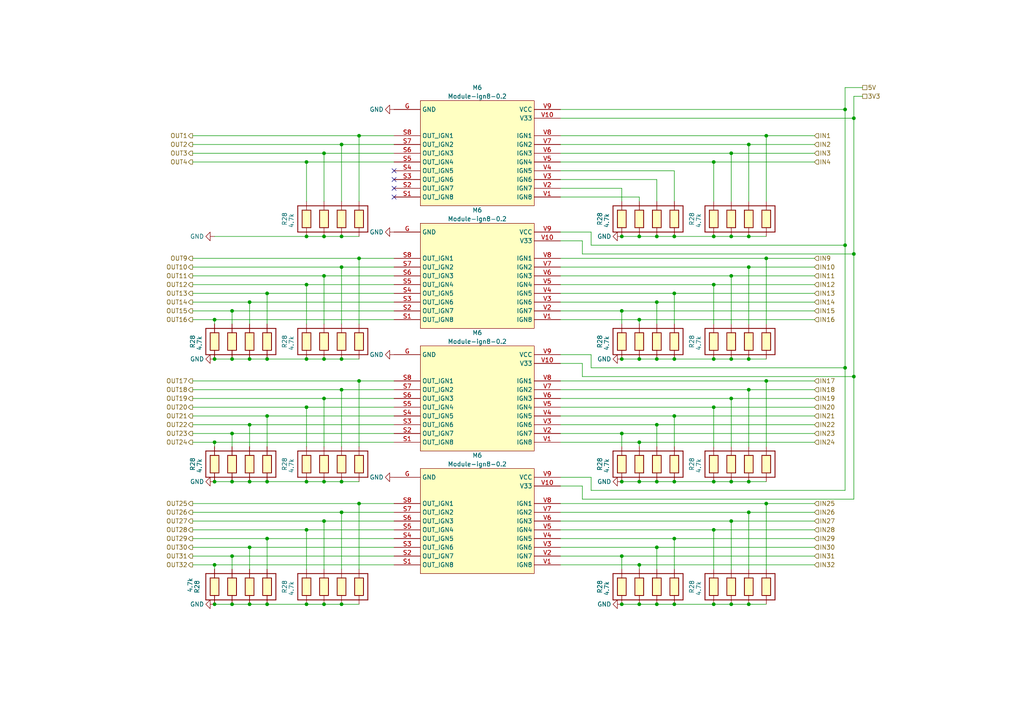
<source format=kicad_sch>
(kicad_sch (version 20230121) (generator eeschema)
  (paper "A4")
  (lib_symbols
    (symbol "hellen-one-common:Res_Array_4" (pin_numbers hide)
      (property "Reference" "R" (at -6.35 6.35 0))
      (symbol "Res_Array_4_1_0"
        (rectangle (start -2.54 -13.97) (end -7.62 -16.51) (stroke (width 0.254)) (fill (type background)))
        (rectangle (start -2.54 -8.89) (end -7.62 -11.43) (stroke (width 0.254)) (fill (type background)))
        (rectangle (start -2.54 -3.81) (end -7.62 -6.35) (stroke (width 0.254)) (fill (type background)))
        (rectangle (start -2.54 1.27) (end -7.62 -1.27) (stroke (width 0.254)) (fill (type background)))
        (polyline (pts (xy -8.89 -17.78) (xy -1.27 -17.78)) (stroke (width 0.254)))
        (polyline (pts (xy -8.89 2.54) (xy -8.89 -17.78)) (stroke (width 0.254)))
        (polyline (pts (xy -8.89 2.54) (xy -1.27 2.54)) (stroke (width 0.254)))
        (polyline (pts (xy -1.27 2.54) (xy -1.27 -17.78)) (stroke (width 0.254)))
        (pin passive line (at -10.16 0 0) (length 2.54) (name "") (number "1"))
        (pin passive line (at -10.16 -5.08 0) (length 2.54) (name "") (number "2"))
        (pin passive line (at -10.16 -10.16 0) (length 2.54) (name "") (number "3"))
        (pin passive line (at -10.16 -15.24 0) (length 2.54) (name "") (number "4"))
        (pin passive line (at 0 -15.24 180) (length 2.54) (name "") (number "5"))
        (pin passive line (at 0 -10.16 180) (length 2.54) (name "") (number "6"))
        (pin passive line (at 0 -5.08 180) (length 2.54) (name "") (number "7"))
        (pin passive line (at 0 0 180) (length 2.54) (name "") (number "8"))
      )
    )
    (symbol "hellen-one-ign8-0.2:Module-ign8-0.2"
      (property "Reference" "M" (at 0 0 0))
      (property "Value" "Module-ign8-0.2" (at 0 0 0))
      (symbol "Module-ign8-0.2_1_0"
        (rectangle (start 33.02 0) (end 0 -30.48) (fill (type background)))
        (pin passive line (at 40.64 -2.54 180) (length 7.62) (name "GND") (number "G"))
        (pin passive line (at 40.64 -27.94 180) (length 7.62) (name "OUT_IGN8") (number "S1"))
        (pin passive line (at 40.64 -25.4 180) (length 7.62) (name "OUT_IGN7") (number "S2"))
        (pin passive line (at 40.64 -22.86 180) (length 7.62) (name "OUT_IGN6") (number "S3"))
        (pin passive line (at 40.64 -20.32 180) (length 7.62) (name "OUT_IGN5") (number "S4"))
        (pin passive line (at 40.64 -17.78 180) (length 7.62) (name "OUT_IGN4") (number "S5"))
        (pin passive line (at 40.64 -15.24 180) (length 7.62) (name "OUT_IGN3") (number "S6"))
        (pin passive line (at 40.64 -12.7 180) (length 7.62) (name "OUT_IGN2") (number "S7"))
        (pin passive line (at 40.64 -10.16 180) (length 7.62) (name "OUT_IGN1") (number "S8"))
        (pin passive line (at -7.62 -27.94 0) (length 7.62) (name "IGN8") (number "V1"))
        (pin passive line (at -7.62 -5.08 0) (length 7.62) (name "V33") (number "V10"))
        (pin passive line (at -7.62 -25.4 0) (length 7.62) (name "IGN7") (number "V2"))
        (pin passive line (at -7.62 -22.86 0) (length 7.62) (name "IGN6") (number "V3"))
        (pin passive line (at -7.62 -20.32 0) (length 7.62) (name "IGN5") (number "V4"))
        (pin passive line (at -7.62 -17.78 0) (length 7.62) (name "IGN4") (number "V5"))
        (pin passive line (at -7.62 -15.24 0) (length 7.62) (name "IGN3") (number "V6"))
        (pin passive line (at -7.62 -12.7 0) (length 7.62) (name "IGN2") (number "V7"))
        (pin passive line (at -7.62 -10.16 0) (length 7.62) (name "IGN1") (number "V8"))
        (pin passive line (at -7.62 -2.54 0) (length 7.62) (name "VCC") (number "V9"))
      )
    )
    (symbol "power:GND" (power) (pin_names (offset 0))
      (property "Value" "GND" (at 0 -3.81 0))
      (symbol "GND_0_1"
        (polyline (pts (xy 0 0) (xy 0 -1.27) (xy 1.27 -1.27) (xy 0 -2.54) (xy -1.27 -1.27) (xy 0 -1.27)))
      )
      (symbol "GND_1_1"
        (pin power_in line (at 0 0 270) (length 0) hide (name "GND") (number "1"))
      )
    )
  )
  (junction (at 180.34 175.26))
  (junction (at 207.01 68.58))
  (junction (at 104.14 74.93))
  (junction (at 207.01 82.55))
  (junction (at 212.09 175.26))
  (junction (at 72.39 139.7))
  (junction (at 195.58 68.58))
  (junction (at 185.42 139.7))
  (junction (at 99.06 139.7))
  (junction (at 195.58 139.7))
  (junction (at 180.34 104.14))
  (junction (at 62.23 139.7))
  (junction (at 217.17 104.14))
  (junction (at 67.31 104.14))
  (junction (at 72.39 175.26))
  (junction (at 190.5 123.19))
  (junction (at 93.98 151.13))
  (junction (at 185.42 128.27))
  (junction (at 247.65 34.29))
  (junction (at 67.31 125.73))
  (junction (at 72.39 87.63))
  (junction (at 62.23 92.71))
  (junction (at 77.47 139.7))
  (junction (at 62.23 128.27))
  (junction (at 67.31 175.26))
  (junction (at 180.34 90.17))
  (junction (at 88.9 82.55))
  (junction (at 93.98 175.26))
  (junction (at 88.9 153.67))
  (junction (at 99.06 104.14))
  (junction (at 67.31 90.17))
  (junction (at 212.09 68.58))
  (junction (at 180.34 125.73))
  (junction (at 104.14 39.37))
  (junction (at 222.25 74.93))
  (junction (at 222.25 146.05))
  (junction (at 212.09 151.13))
  (junction (at 93.98 139.7))
  (junction (at 217.17 77.47))
  (junction (at 190.5 158.75))
  (junction (at 195.58 85.09))
  (junction (at 195.58 175.26))
  (junction (at 180.34 161.29))
  (junction (at 217.17 41.91))
  (junction (at 72.39 158.75))
  (junction (at 195.58 120.65))
  (junction (at 217.17 68.58))
  (junction (at 207.01 175.26))
  (junction (at 99.06 41.91))
  (junction (at 217.17 139.7))
  (junction (at 185.42 104.14))
  (junction (at 207.01 153.67))
  (junction (at 180.34 68.58))
  (junction (at 190.5 87.63))
  (junction (at 77.47 104.14))
  (junction (at 99.06 77.47))
  (junction (at 77.47 175.26))
  (junction (at 207.01 118.11))
  (junction (at 104.14 146.05))
  (junction (at 212.09 80.01))
  (junction (at 72.39 123.19))
  (junction (at 185.42 68.58))
  (junction (at 190.5 104.14))
  (junction (at 207.01 104.14))
  (junction (at 93.98 68.58))
  (junction (at 207.01 139.7))
  (junction (at 93.98 44.45))
  (junction (at 99.06 175.26))
  (junction (at 88.9 139.7))
  (junction (at 212.09 115.57))
  (junction (at 62.23 175.26))
  (junction (at 99.06 113.03))
  (junction (at 77.47 85.09))
  (junction (at 245.11 71.12))
  (junction (at 77.47 156.21))
  (junction (at 190.5 175.26))
  (junction (at 190.5 68.58))
  (junction (at 88.9 118.11))
  (junction (at 99.06 148.59))
  (junction (at 217.17 148.59))
  (junction (at 88.9 175.26))
  (junction (at 99.06 68.58))
  (junction (at 217.17 113.03))
  (junction (at 62.23 163.83))
  (junction (at 104.14 110.49))
  (junction (at 67.31 161.29))
  (junction (at 212.09 139.7))
  (junction (at 93.98 104.14))
  (junction (at 212.09 104.14))
  (junction (at 190.5 139.7))
  (junction (at 195.58 104.14))
  (junction (at 88.9 68.58))
  (junction (at 212.09 44.45))
  (junction (at 217.17 175.26))
  (junction (at 67.31 139.7))
  (junction (at 222.25 110.49))
  (junction (at 247.65 73.66))
  (junction (at 93.98 115.57))
  (junction (at 93.98 80.01))
  (junction (at 247.65 109.22))
  (junction (at 88.9 46.99))
  (junction (at 185.42 163.83))
  (junction (at 88.9 104.14))
  (junction (at 185.42 92.71))
  (junction (at 185.42 175.26))
  (junction (at 180.34 139.7))
  (junction (at 245.11 106.68))
  (junction (at 62.23 104.14))
  (junction (at 72.39 104.14))
  (junction (at 222.25 39.37))
  (junction (at 195.58 156.21))
  (junction (at 245.11 31.75))
  (junction (at 207.01 46.99))
  (junction (at 77.47 120.65))
  (no_connect (at 114.3 57.15))
  (no_connect (at 114.3 54.61))
  (no_connect (at 114.3 52.07))
  (no_connect (at 114.3 49.53))
  (wire (pts (xy 62.23 68.58) (xy 88.9 68.58)))
  (wire (pts (xy 104.14 74.93) (xy 114.3 74.93)))
  (wire (pts (xy 236.22 120.65) (xy 195.58 120.65)))
  (wire (pts (xy 93.98 115.57) (xy 93.98 129.54)))
  (wire (pts (xy 185.42 163.83) (xy 236.22 163.83)))
  (wire (pts (xy 99.06 77.47) (xy 114.3 77.47)))
  (wire (pts (xy 236.22 113.03) (xy 217.17 113.03)))
  (wire (pts (xy 190.5 52.07) (xy 162.56 52.07)))
  (wire (pts (xy 171.45 138.43) (xy 162.56 138.43)))
  (wire (pts (xy 93.98 151.13) (xy 93.98 165.1)))
  (wire (pts (xy 180.34 90.17) (xy 236.22 90.17)))
  (wire (pts (xy 77.47 156.21) (xy 114.3 156.21)))
  (wire (pts (xy 236.22 87.63) (xy 190.5 87.63)))
  (wire (pts (xy 190.5 158.75) (xy 190.5 165.1)))
  (wire (pts (xy 222.25 146.05) (xy 162.56 146.05)))
  (wire (pts (xy 180.34 68.58) (xy 185.42 68.58)))
  (wire (pts (xy 247.65 34.29) (xy 247.65 73.66)))
  (wire (pts (xy 171.45 71.12) (xy 245.11 71.12)))
  (wire (pts (xy 162.56 163.83) (xy 185.42 163.83)))
  (wire (pts (xy 99.06 148.59) (xy 114.3 148.59)))
  (wire (pts (xy 162.56 105.41) (xy 168.91 105.41)))
  (wire (pts (xy 99.06 139.7) (xy 104.14 139.7)))
  (wire (pts (xy 245.11 25.4) (xy 245.11 31.75)))
  (wire (pts (xy 190.5 175.26) (xy 195.58 175.26)))
  (wire (pts (xy 77.47 175.26) (xy 88.9 175.26)))
  (wire (pts (xy 88.9 153.67) (xy 114.3 153.67)))
  (wire (pts (xy 55.88 123.19) (xy 72.39 123.19)))
  (wire (pts (xy 99.06 113.03) (xy 99.06 129.54)))
  (wire (pts (xy 162.56 140.97) (xy 168.91 140.97)))
  (wire (pts (xy 236.22 44.45) (xy 212.09 44.45)))
  (wire (pts (xy 162.56 34.29) (xy 247.65 34.29)))
  (wire (pts (xy 180.34 175.26) (xy 185.42 175.26)))
  (wire (pts (xy 62.23 163.83) (xy 62.23 165.1)))
  (wire (pts (xy 236.22 46.99) (xy 207.01 46.99)))
  (wire (pts (xy 217.17 113.03) (xy 217.17 129.54)))
  (wire (pts (xy 195.58 156.21) (xy 195.58 165.1)))
  (wire (pts (xy 247.65 34.29) (xy 247.65 27.94)))
  (wire (pts (xy 93.98 104.14) (xy 99.06 104.14)))
  (wire (pts (xy 104.14 110.49) (xy 114.3 110.49)))
  (wire (pts (xy 236.22 156.21) (xy 195.58 156.21)))
  (wire (pts (xy 55.88 90.17) (xy 67.31 90.17)))
  (wire (pts (xy 72.39 123.19) (xy 72.39 129.54)))
  (wire (pts (xy 217.17 77.47) (xy 162.56 77.47)))
  (wire (pts (xy 185.42 68.58) (xy 190.5 68.58)))
  (wire (pts (xy 168.91 144.78) (xy 247.65 144.78)))
  (wire (pts (xy 207.01 153.67) (xy 162.56 153.67)))
  (wire (pts (xy 207.01 153.67) (xy 207.01 165.1)))
  (wire (pts (xy 55.88 115.57) (xy 93.98 115.57)))
  (wire (pts (xy 93.98 151.13) (xy 114.3 151.13)))
  (wire (pts (xy 67.31 90.17) (xy 67.31 93.98)))
  (wire (pts (xy 195.58 49.53) (xy 162.56 49.53)))
  (wire (pts (xy 55.88 158.75) (xy 72.39 158.75)))
  (wire (pts (xy 88.9 175.26) (xy 93.98 175.26)))
  (wire (pts (xy 104.14 110.49) (xy 104.14 129.54)))
  (wire (pts (xy 162.56 92.71) (xy 185.42 92.71)))
  (wire (pts (xy 236.22 110.49) (xy 222.25 110.49)))
  (wire (pts (xy 212.09 151.13) (xy 212.09 165.1)))
  (wire (pts (xy 55.88 92.71) (xy 62.23 92.71)))
  (wire (pts (xy 180.34 161.29) (xy 180.34 165.1)))
  (wire (pts (xy 67.31 125.73) (xy 114.3 125.73)))
  (wire (pts (xy 190.5 123.19) (xy 162.56 123.19)))
  (wire (pts (xy 77.47 139.7) (xy 88.9 139.7)))
  (wire (pts (xy 162.56 128.27) (xy 185.42 128.27)))
  (wire (pts (xy 93.98 175.26) (xy 99.06 175.26)))
  (wire (pts (xy 195.58 120.65) (xy 195.58 129.54)))
  (wire (pts (xy 88.9 82.55) (xy 114.3 82.55)))
  (wire (pts (xy 236.22 118.11) (xy 207.01 118.11)))
  (wire (pts (xy 67.31 90.17) (xy 114.3 90.17)))
  (wire (pts (xy 62.23 104.14) (xy 67.31 104.14)))
  (wire (pts (xy 212.09 115.57) (xy 212.09 129.54)))
  (wire (pts (xy 185.42 104.14) (xy 190.5 104.14)))
  (wire (pts (xy 72.39 123.19) (xy 114.3 123.19)))
  (wire (pts (xy 185.42 163.83) (xy 185.42 165.1)))
  (wire (pts (xy 207.01 46.99) (xy 162.56 46.99)))
  (wire (pts (xy 212.09 115.57) (xy 162.56 115.57)))
  (wire (pts (xy 55.88 125.73) (xy 67.31 125.73)))
  (wire (pts (xy 222.25 146.05) (xy 222.25 165.1)))
  (wire (pts (xy 77.47 120.65) (xy 77.47 129.54)))
  (wire (pts (xy 93.98 44.45) (xy 93.98 58.42)))
  (wire (pts (xy 55.88 113.03) (xy 99.06 113.03)))
  (wire (pts (xy 190.5 139.7) (xy 195.58 139.7)))
  (wire (pts (xy 222.25 39.37) (xy 162.56 39.37)))
  (wire (pts (xy 55.88 161.29) (xy 67.31 161.29)))
  (wire (pts (xy 245.11 106.68) (xy 245.11 142.24)))
  (wire (pts (xy 217.17 104.14) (xy 222.25 104.14)))
  (wire (pts (xy 180.34 161.29) (xy 236.22 161.29)))
  (wire (pts (xy 236.22 153.67) (xy 207.01 153.67)))
  (wire (pts (xy 99.06 148.59) (xy 99.06 165.1)))
  (wire (pts (xy 93.98 139.7) (xy 99.06 139.7)))
  (wire (pts (xy 104.14 39.37) (xy 114.3 39.37)))
  (wire (pts (xy 190.5 123.19) (xy 190.5 129.54)))
  (wire (pts (xy 67.31 161.29) (xy 114.3 161.29)))
  (wire (pts (xy 250.19 25.4) (xy 245.11 25.4)))
  (wire (pts (xy 185.42 139.7) (xy 190.5 139.7)))
  (wire (pts (xy 77.47 85.09) (xy 114.3 85.09)))
  (wire (pts (xy 67.31 139.7) (xy 72.39 139.7)))
  (wire (pts (xy 62.23 128.27) (xy 62.23 129.54)))
  (wire (pts (xy 99.06 77.47) (xy 99.06 93.98)))
  (wire (pts (xy 162.56 31.75) (xy 245.11 31.75)))
  (wire (pts (xy 195.58 68.58) (xy 207.01 68.58)))
  (wire (pts (xy 236.22 74.93) (xy 222.25 74.93)))
  (wire (pts (xy 171.45 67.31) (xy 162.56 67.31)))
  (wire (pts (xy 99.06 113.03) (xy 114.3 113.03)))
  (wire (pts (xy 236.22 115.57) (xy 212.09 115.57)))
  (wire (pts (xy 195.58 49.53) (xy 195.58 58.42)))
  (wire (pts (xy 236.22 158.75) (xy 190.5 158.75)))
  (wire (pts (xy 77.47 156.21) (xy 77.47 165.1)))
  (wire (pts (xy 55.88 146.05) (xy 104.14 146.05)))
  (wire (pts (xy 207.01 82.55) (xy 207.01 93.98)))
  (wire (pts (xy 222.25 74.93) (xy 222.25 93.98)))
  (wire (pts (xy 99.06 68.58) (xy 104.14 68.58)))
  (wire (pts (xy 171.45 106.68) (xy 245.11 106.68)))
  (wire (pts (xy 72.39 175.26) (xy 77.47 175.26)))
  (wire (pts (xy 190.5 52.07) (xy 190.5 58.42)))
  (wire (pts (xy 99.06 104.14) (xy 104.14 104.14)))
  (wire (pts (xy 77.47 104.14) (xy 88.9 104.14)))
  (wire (pts (xy 88.9 118.11) (xy 114.3 118.11)))
  (wire (pts (xy 55.88 153.67) (xy 88.9 153.67)))
  (wire (pts (xy 207.01 118.11) (xy 162.56 118.11)))
  (wire (pts (xy 55.88 120.65) (xy 77.47 120.65)))
  (wire (pts (xy 55.88 44.45) (xy 93.98 44.45)))
  (wire (pts (xy 212.09 104.14) (xy 217.17 104.14)))
  (wire (pts (xy 55.88 85.09) (xy 77.47 85.09)))
  (wire (pts (xy 195.58 85.09) (xy 195.58 93.98)))
  (wire (pts (xy 185.42 175.26) (xy 190.5 175.26)))
  (wire (pts (xy 55.88 80.01) (xy 93.98 80.01)))
  (wire (pts (xy 245.11 71.12) (xy 245.11 106.68)))
  (wire (pts (xy 62.23 92.71) (xy 114.3 92.71)))
  (wire (pts (xy 62.23 163.83) (xy 114.3 163.83)))
  (wire (pts (xy 236.22 41.91) (xy 217.17 41.91)))
  (wire (pts (xy 162.56 69.85) (xy 168.91 69.85)))
  (wire (pts (xy 88.9 68.58) (xy 93.98 68.58)))
  (wire (pts (xy 55.88 87.63) (xy 72.39 87.63)))
  (wire (pts (xy 93.98 115.57) (xy 114.3 115.57)))
  (wire (pts (xy 236.22 39.37) (xy 222.25 39.37)))
  (wire (pts (xy 190.5 158.75) (xy 162.56 158.75)))
  (wire (pts (xy 168.91 73.66) (xy 247.65 73.66)))
  (wire (pts (xy 185.42 92.71) (xy 185.42 93.98)))
  (wire (pts (xy 67.31 175.26) (xy 72.39 175.26)))
  (wire (pts (xy 99.06 41.91) (xy 114.3 41.91)))
  (wire (pts (xy 236.22 85.09) (xy 195.58 85.09)))
  (wire (pts (xy 55.88 118.11) (xy 88.9 118.11)))
  (wire (pts (xy 55.88 82.55) (xy 88.9 82.55)))
  (wire (pts (xy 104.14 146.05) (xy 114.3 146.05)))
  (wire (pts (xy 67.31 125.73) (xy 67.31 129.54)))
  (wire (pts (xy 93.98 80.01) (xy 114.3 80.01)))
  (wire (pts (xy 168.91 140.97) (xy 168.91 144.78)))
  (wire (pts (xy 72.39 87.63) (xy 114.3 87.63)))
  (wire (pts (xy 185.42 128.27) (xy 185.42 129.54)))
  (wire (pts (xy 77.47 120.65) (xy 114.3 120.65)))
  (wire (pts (xy 104.14 146.05) (xy 104.14 165.1)))
  (wire (pts (xy 217.17 148.59) (xy 217.17 165.1)))
  (wire (pts (xy 185.42 57.15) (xy 185.42 58.42)))
  (wire (pts (xy 236.22 123.19) (xy 190.5 123.19)))
  (wire (pts (xy 185.42 128.27) (xy 236.22 128.27)))
  (wire (pts (xy 55.88 77.47) (xy 99.06 77.47)))
  (wire (pts (xy 180.34 90.17) (xy 180.34 93.98)))
  (wire (pts (xy 217.17 41.91) (xy 162.56 41.91)))
  (wire (pts (xy 55.88 163.83) (xy 62.23 163.83)))
  (wire (pts (xy 212.09 151.13) (xy 162.56 151.13)))
  (wire (pts (xy 236.22 80.01) (xy 212.09 80.01)))
  (wire (pts (xy 247.65 27.94) (xy 250.19 27.94)))
  (wire (pts (xy 207.01 118.11) (xy 207.01 129.54)))
  (wire (pts (xy 55.88 156.21) (xy 77.47 156.21)))
  (wire (pts (xy 222.25 110.49) (xy 222.25 129.54)))
  (wire (pts (xy 72.39 158.75) (xy 114.3 158.75)))
  (wire (pts (xy 207.01 175.26) (xy 212.09 175.26)))
  (wire (pts (xy 236.22 148.59) (xy 217.17 148.59)))
  (wire (pts (xy 236.22 146.05) (xy 222.25 146.05)))
  (wire (pts (xy 236.22 77.47) (xy 217.17 77.47)))
  (wire (pts (xy 247.65 73.66) (xy 247.65 109.22)))
  (wire (pts (xy 190.5 87.63) (xy 190.5 93.98)))
  (wire (pts (xy 67.31 104.14) (xy 72.39 104.14)))
  (wire (pts (xy 88.9 139.7) (xy 93.98 139.7)))
  (wire (pts (xy 162.56 161.29) (xy 180.34 161.29)))
  (wire (pts (xy 168.91 69.85) (xy 168.91 73.66)))
  (wire (pts (xy 171.45 142.24) (xy 171.45 138.43)))
  (wire (pts (xy 62.23 92.71) (xy 62.23 93.98)))
  (wire (pts (xy 217.17 148.59) (xy 162.56 148.59)))
  (wire (pts (xy 245.11 31.75) (xy 245.11 71.12)))
  (wire (pts (xy 62.23 139.7) (xy 67.31 139.7)))
  (wire (pts (xy 104.14 39.37) (xy 104.14 58.42)))
  (wire (pts (xy 207.01 68.58) (xy 212.09 68.58)))
  (wire (pts (xy 195.58 85.09) (xy 162.56 85.09)))
  (wire (pts (xy 88.9 104.14) (xy 93.98 104.14)))
  (wire (pts (xy 217.17 77.47) (xy 217.17 93.98)))
  (wire (pts (xy 171.45 106.68) (xy 171.45 102.87)))
  (wire (pts (xy 195.58 175.26) (xy 207.01 175.26)))
  (wire (pts (xy 217.17 175.26) (xy 222.25 175.26)))
  (wire (pts (xy 88.9 82.55) (xy 88.9 93.98)))
  (wire (pts (xy 236.22 82.55) (xy 207.01 82.55)))
  (wire (pts (xy 222.25 74.93) (xy 162.56 74.93)))
  (wire (pts (xy 72.39 139.7) (xy 77.47 139.7)))
  (wire (pts (xy 207.01 104.14) (xy 212.09 104.14)))
  (wire (pts (xy 55.88 46.99) (xy 88.9 46.99)))
  (wire (pts (xy 180.34 54.61) (xy 180.34 58.42)))
  (wire (pts (xy 195.58 120.65) (xy 162.56 120.65)))
  (wire (pts (xy 55.88 39.37) (xy 104.14 39.37)))
  (wire (pts (xy 247.65 109.22) (xy 247.65 144.78)))
  (wire (pts (xy 77.47 85.09) (xy 77.47 93.98)))
  (wire (pts (xy 190.5 104.14) (xy 195.58 104.14)))
  (wire (pts (xy 104.14 74.93) (xy 104.14 93.98)))
  (wire (pts (xy 195.58 156.21) (xy 162.56 156.21)))
  (wire (pts (xy 212.09 44.45) (xy 212.09 58.42)))
  (wire (pts (xy 171.45 102.87) (xy 162.56 102.87)))
  (wire (pts (xy 55.88 128.27) (xy 62.23 128.27)))
  (wire (pts (xy 168.91 105.41) (xy 168.91 109.22)))
  (wire (pts (xy 195.58 139.7) (xy 207.01 139.7)))
  (wire (pts (xy 207.01 82.55) (xy 162.56 82.55)))
  (wire (pts (xy 217.17 41.91) (xy 217.17 58.42)))
  (wire (pts (xy 99.06 175.26) (xy 104.14 175.26)))
  (wire (pts (xy 212.09 139.7) (xy 217.17 139.7)))
  (wire (pts (xy 93.98 68.58) (xy 99.06 68.58)))
  (wire (pts (xy 190.5 87.63) (xy 162.56 87.63)))
  (wire (pts (xy 99.06 41.91) (xy 99.06 58.42)))
  (wire (pts (xy 236.22 151.13) (xy 212.09 151.13)))
  (wire (pts (xy 217.17 139.7) (xy 222.25 139.7)))
  (wire (pts (xy 72.39 87.63) (xy 72.39 93.98)))
  (wire (pts (xy 185.42 92.71) (xy 236.22 92.71)))
  (wire (pts (xy 88.9 46.99) (xy 114.3 46.99)))
  (wire (pts (xy 72.39 158.75) (xy 72.39 165.1)))
  (wire (pts (xy 207.01 46.99) (xy 207.01 58.42)))
  (wire (pts (xy 72.39 104.14) (xy 77.47 104.14)))
  (wire (pts (xy 55.88 74.93) (xy 104.14 74.93)))
  (wire (pts (xy 212.09 80.01) (xy 212.09 93.98)))
  (wire (pts (xy 195.58 104.14) (xy 207.01 104.14)))
  (wire (pts (xy 245.11 142.24) (xy 171.45 142.24)))
  (wire (pts (xy 180.34 139.7) (xy 185.42 139.7)))
  (wire (pts (xy 222.25 39.37) (xy 222.25 58.42)))
  (wire (pts (xy 88.9 46.99) (xy 88.9 58.42)))
  (wire (pts (xy 217.17 113.03) (xy 162.56 113.03)))
  (wire (pts (xy 190.5 68.58) (xy 195.58 68.58)))
  (wire (pts (xy 62.23 175.26) (xy 67.31 175.26)))
  (wire (pts (xy 212.09 80.01) (xy 162.56 80.01)))
  (wire (pts (xy 180.34 104.14) (xy 185.42 104.14)))
  (wire (pts (xy 222.25 110.49) (xy 162.56 110.49)))
  (wire (pts (xy 212.09 68.58) (xy 217.17 68.58)))
  (wire (pts (xy 171.45 71.12) (xy 171.45 67.31)))
  (wire (pts (xy 168.91 109.22) (xy 247.65 109.22)))
  (wire (pts (xy 207.01 139.7) (xy 212.09 139.7)))
  (wire (pts (xy 55.88 41.91) (xy 99.06 41.91)))
  (wire (pts (xy 180.34 125.73) (xy 236.22 125.73)))
  (wire (pts (xy 62.23 128.27) (xy 114.3 128.27)))
  (wire (pts (xy 55.88 110.49) (xy 104.14 110.49)))
  (wire (pts (xy 162.56 125.73) (xy 180.34 125.73)))
  (wire (pts (xy 162.56 54.61) (xy 180.34 54.61)))
  (wire (pts (xy 88.9 118.11) (xy 88.9 129.54)))
  (wire (pts (xy 162.56 90.17) (xy 180.34 90.17)))
  (wire (pts (xy 55.88 151.13) (xy 93.98 151.13)))
  (wire (pts (xy 88.9 153.67) (xy 88.9 165.1)))
  (wire (pts (xy 162.56 57.15) (xy 185.42 57.15)))
  (wire (pts (xy 93.98 80.01) (xy 93.98 93.98)))
  (wire (pts (xy 212.09 175.26) (xy 217.17 175.26)))
  (wire (pts (xy 55.88 148.59) (xy 99.06 148.59)))
  (wire (pts (xy 93.98 44.45) (xy 114.3 44.45)))
  (wire (pts (xy 180.34 125.73) (xy 180.34 129.54)))
  (wire (pts (xy 212.09 44.45) (xy 162.56 44.45)))
  (wire (pts (xy 67.31 161.29) (xy 67.31 165.1)))
  (wire (pts (xy 217.17 68.58) (xy 222.25 68.58)))
  (hierarchical_label "IN10" (shape input) (at 236.22 77.47 0))
  (hierarchical_label "IN15" (shape input) (at 236.22 90.17 0))
  (hierarchical_label "IN9" (shape input) (at 236.22 74.93 0))
  (hierarchical_label "OUT21" (shape output) (at 55.88 120.65 180))
  (hierarchical_label "OUT23" (shape output) (at 55.88 125.73 180))
  (hierarchical_label "IN17" (shape input) (at 236.22 110.49 0))
  (hierarchical_label "IN25" (shape input) (at 236.22 146.05 0))
  (hierarchical_label "OUT11" (shape output) (at 55.88 80.01 180))
  (hierarchical_label "OUT25" (shape output) (at 55.88 146.05 180))
  (hierarchical_label "OUT16" (shape output) (at 55.88 92.71 180))
  (hierarchical_label "IN24" (shape input) (at 236.22 128.27 0))
  (hierarchical_label "3V3" (shape passive) (at 250.19 27.94 0))
  (hierarchical_label "OUT3" (shape output) (at 55.88 44.45 180))
  (hierarchical_label "IN18" (shape input) (at 236.22 113.03 0))
  (hierarchical_label "OUT24" (shape output) (at 55.88 128.27 180))
  (hierarchical_label "IN19" (shape input) (at 236.22 115.57 0))
  (hierarchical_label "OUT31" (shape output) (at 55.88 161.29 180))
  (hierarchical_label "IN16" (shape input) (at 236.22 92.71 0))
  (hierarchical_label "OUT28" (shape output) (at 55.88 153.67 180))
  (hierarchical_label "OUT19" (shape output) (at 55.88 115.57 180))
  (hierarchical_label "OUT12" (shape output) (at 55.88 82.55 180))
  (hierarchical_label "OUT14" (shape output) (at 55.88 87.63 180))
  (hierarchical_label "IN22" (shape input) (at 236.22 123.19 0))
  (hierarchical_label "OUT27" (shape output) (at 55.88 151.13 180))
  (hierarchical_label "IN28" (shape input) (at 236.22 153.67 0))
  (hierarchical_label "IN27" (shape input) (at 236.22 151.13 0))
  (hierarchical_label "IN20" (shape input) (at 236.22 118.11 0))
  (hierarchical_label "OUT22" (shape output) (at 55.88 123.19 180))
  (hierarchical_label "5V" (shape passive) (at 250.19 25.4 0))
  (hierarchical_label "IN12" (shape input) (at 236.22 82.55 0))
  (hierarchical_label "OUT17" (shape output) (at 55.88 110.49 180))
  (hierarchical_label "OUT30" (shape output) (at 55.88 158.75 180))
  (hierarchical_label "OUT9" (shape output) (at 55.88 74.93 180))
  (hierarchical_label "IN26" (shape input) (at 236.22 148.59 0))
  (hierarchical_label "IN13" (shape input) (at 236.22 85.09 0))
  (hierarchical_label "OUT29" (shape output) (at 55.88 156.21 180))
  (hierarchical_label "OUT2" (shape output) (at 55.88 41.91 180))
  (hierarchical_label "IN31" (shape input) (at 236.22 161.29 0))
  (hierarchical_label "IN29" (shape input) (at 236.22 156.21 0))
  (hierarchical_label "IN23" (shape input) (at 236.22 125.73 0))
  (hierarchical_label "IN14" (shape input) (at 236.22 87.63 0))
  (hierarchical_label "IN30" (shape input) (at 236.22 158.75 0))
  (hierarchical_label "IN4" (shape input) (at 236.22 46.99 0))
  (hierarchical_label "IN21" (shape input) (at 236.22 120.65 0))
  (hierarchical_label "OUT26" (shape output) (at 55.88 148.59 180))
  (hierarchical_label "IN2" (shape input) (at 236.22 41.91 0))
  (hierarchical_label "OUT4" (shape output) (at 55.88 46.99 180))
  (hierarchical_label "OUT32" (shape output) (at 55.88 163.83 180))
  (hierarchical_label "IN1" (shape input) (at 236.22 39.37 0))
  (hierarchical_label "OUT15" (shape output) (at 55.88 90.17 180))
  (hierarchical_label "IN32" (shape input) (at 236.22 163.83 0))
  (hierarchical_label "OUT13" (shape output) (at 55.88 85.09 180))
  (hierarchical_label "IN11" (shape input) (at 236.22 80.01 0))
  (hierarchical_label "OUT18" (shape output) (at 55.88 113.03 180))
  (hierarchical_label "IN3" (shape input) (at 236.22 44.45 0))
  (hierarchical_label "OUT10" (shape output) (at 55.88 77.47 180))
  (hierarchical_label "OUT20" (shape output) (at 55.88 118.11 180))
  (hierarchical_label "OUT1" (shape output) (at 55.88 39.37 180))
  (symbol (lib_id "power:GND") (at 114.3 138.43 270) (mirror x) (unit 1)
    (property "Reference" "#PWR026" (effects hide))
    (property "Value" "GND" (at 109.22 138.43 90))
    (instances (project "alphax_8ch" (path "" (reference "#PWR026") (unit 1)) (path "" (reference "#PWR0236") (unit 1))))
  )
  (symbol (lib_id "power:GND") (at 62.23 68.58 270) (mirror x) (unit 1)
    (property "Reference" "#PWR026" (effects hide))
    (property "Value" "GND" (at 57.15 68.58 90))
    (instances (project "alphax_8ch" (path "" (reference "#PWR026") (unit 1)) (path "" (reference "#PWR0229") (unit 1))))
  )
  (symbol (lib_id "hellen-one-common:Res_Array_4") (at 180.34 104.14 90) (mirror x) (unit 1)
    (property "Reference" "R28" (at 173.99 99.06 0))
    (property "Value" "4.7k" (at 175.9772 99.54 0))
    (property "Footprint" "hellen-one-common:R0603-4" (effects hide))
    (property "LCSC" "C66697" (effects hide))
    (instances (project "alphax_8ch" (path "" (reference "R28") (unit 1)) (path "" (reference "R1004") (unit 1))))
  )
  (symbol (lib_id "hellen-one-common:Res_Array_4") (at 180.34 175.26 90) (mirror x) (unit 1)
    (property "Reference" "R28" (at 173.99 170.18 0))
    (property "Value" "4.7k" (at 175.9772 170.66 0))
    (property "Footprint" "hellen-one-common:R0603-4" (effects hide))
    (property "LCSC" "C66697" (effects hide))
    (instances (project "alphax_8ch" (path "" (reference "R28") (unit 1)) (path "" (reference "R1006") (unit 1))))
  )
  (symbol (lib_id "power:GND") (at 62.23 175.26 270) (mirror x) (unit 1)
    (property "Reference" "#PWR026" (effects hide))
    (property "Value" "GND" (at 57.15 175.26 90))
    (instances (project "alphax_8ch" (path "" (reference "#PWR026") (unit 1)) (path "" (reference "#PWR0232") (unit 1))))
  )
  (symbol (lib_id "power:GND") (at 62.23 104.14 270) (mirror x) (unit 1)
    (property "Reference" "#PWR026" (effects hide))
    (property "Value" "GND" (at 57.15 104.14 90))
    (instances (project "alphax_8ch" (path "" (reference "#PWR026") (unit 1)) (path "" (reference "#PWR0230") (unit 1))))
  )
  (symbol (lib_id "hellen-one-common:Res_Array_4") (at 207.01 139.7 90) (mirror x) (unit 1)
    (property "Reference" "R28" (at 200.66 134.62 0))
    (property "Value" "4.7k" (at 202.6472 135.1 0))
    (property "Footprint" "hellen-one-common:R0603-4" (effects hide))
    (property "LCSC" "C66697" (effects hide))
    (instances (project "alphax_8ch" (path "" (reference "R28") (unit 1)) (path "" (reference "R1009") (unit 1))))
  )
  (symbol (lib_id "hellen-one-common:Res_Array_4") (at 207.01 104.14 90) (mirror x) (unit 1)
    (property "Reference" "R28" (at 200.66 99.06 0))
    (property "Value" "4.7k" (at 202.6472 99.54 0))
    (property "Footprint" "hellen-one-common:R0603-4" (effects hide))
    (property "LCSC" "C66697" (effects hide))
    (instances (project "alphax_8ch" (path "" (reference "R28") (unit 1)) (path "" (reference "R1008") (unit 1))))
  )
  (symbol (lib_id "power:GND") (at 180.34 104.14 270) (mirror x) (unit 1)
    (property "Reference" "#PWR026" (effects hide))
    (property "Value" "GND" (at 175.26 104.14 90))
    (instances (project "alphax_8ch" (path "" (reference "#PWR026") (unit 1)) (path "" (reference "#PWR0238") (unit 1))))
  )
  (symbol (lib_id "power:GND") (at 114.3 67.31 270) (mirror x) (unit 1)
    (property "Reference" "#PWR026" (effects hide))
    (property "Value" "GND" (at 109.22 67.31 90))
    (instances (project "alphax_8ch" (path "" (reference "#PWR026") (unit 1)) (path "" (reference "#PWR0234") (unit 1))))
  )
  (symbol (lib_id "hellen-one-common:Res_Array_4") (at 180.34 68.58 90) (mirror x) (unit 1)
    (property "Reference" "R28" (at 173.99 63.5 0))
    (property "Value" "4.7k" (at 175.9772 63.98 0))
    (property "Footprint" "hellen-one-common:R0603-4" (effects hide))
    (property "LCSC" "C66697" (effects hide))
    (instances (project "alphax_8ch" (path "" (reference "R28") (unit 1)) (path "" (reference "R1003") (unit 1))))
  )
  (symbol (lib_id "power:GND") (at 62.23 139.7 270) (mirror x) (unit 1)
    (property "Reference" "#PWR026" (effects hide))
    (property "Value" "GND" (at 57.15 139.7 90))
    (instances (project "alphax_8ch" (path "" (reference "#PWR026") (unit 1)) (path "" (reference "#PWR0231") (unit 1))))
  )
  (symbol (lib_id "power:GND") (at 180.34 175.26 270) (mirror x) (unit 1)
    (property "Reference" "#PWR026" (effects hide))
    (property "Value" "GND" (at 175.26 175.26 90))
    (instances (project "alphax_8ch" (path "" (reference "#PWR026") (unit 1)) (path "" (reference "#PWR0240") (unit 1))))
  )
  (symbol (lib_id "hellen-one-common:Res_Array_4") (at 180.34 139.7 90) (mirror x) (unit 1)
    (property "Reference" "R28" (at 173.99 134.62 0))
    (property "Value" "4.7k" (at 175.9772 135.1 0))
    (property "Footprint" "hellen-one-common:R0603-4" (effects hide))
    (property "LCSC" "C66697" (effects hide))
    (instances (project "alphax_8ch" (path "" (reference "R28") (unit 1)) (path "" (reference "R1005") (unit 1))))
  )
  (symbol (lib_id "hellen-one-ign8-0.2:Module-ign8-0.2") (at 154.94 100.33 0) (mirror y) (unit 1)
    (property "Reference" "M6" (at 138.43 96.52 0))
    (property "Value" "Module-ign8-0.2" (at 138.43 99.06 0))
    (property "Footprint" "hellen-one-ign8-0.2:ign8" (effects hide))
    (instances (project "alphax_8ch" (path "" (reference "M6") (unit 1)) (path "" (reference "M15") (unit 1))))
  )
  (symbol (lib_id "hellen-one-ign8-0.2:Module-ign8-0.2") (at 154.94 64.77 0) (mirror y) (unit 1)
    (property "Reference" "M6" (at 138.43 60.96 0))
    (property "Value" "Module-ign8-0.2" (at 138.43 63.5 0))
    (property "Footprint" "hellen-one-ign8-0.2:ign8" (effects hide))
    (instances (project "alphax_8ch" (path "" (reference "M6") (unit 1)) (path "" (reference "M14") (unit 1))))
  )
  (symbol (lib_id "hellen-one-common:Res_Array_4") (at 88.9 68.58 90) (mirror x) (unit 1)
    (property "Reference" "R28" (at 82.55 63.5 0))
    (property "Value" "4.7k" (at 84.5372 63.98 0))
    (property "Footprint" "hellen-one-common:R0603-4" (effects hide))
    (property "LCSC" "C66697" (effects hide))
    (instances (project "alphax_8ch" (path "" (reference "R28") (unit 1)) (path "" (reference "R98") (unit 1))))
  )
  (symbol (lib_id "hellen-one-common:Res_Array_4") (at 207.01 175.26 90) (mirror x) (unit 1)
    (property "Reference" "R28" (at 200.66 170.18 0))
    (property "Value" "4.7k" (at 202.6472 170.66 0))
    (property "Footprint" "hellen-one-common:R0603-4" (effects hide))
    (property "LCSC" "C66697" (effects hide))
    (instances (project "alphax_8ch" (path "" (reference "R28") (unit 1)) (path "" (reference "R1010") (unit 1))))
  )
  (symbol (lib_id "hellen-one-common:Res_Array_4") (at 88.9 175.26 90) (mirror x) (unit 1)
    (property "Reference" "R28" (at 82.55 170.18 0))
    (property "Value" "4.7k" (at 84.5372 170.66 0))
    (property "Footprint" "hellen-one-common:R0603-4" (effects hide))
    (property "LCSC" "C66697" (effects hide))
    (instances (project "alphax_8ch" (path "" (reference "R28") (unit 1)) (path "" (reference "R1002") (unit 1))))
  )
  (symbol (lib_id "hellen-one-common:Res_Array_4") (at 207.01 68.58 90) (mirror x) (unit 1)
    (property "Reference" "R28" (at 200.66 63.5 0))
    (property "Value" "4.7k" (at 202.6472 63.98 0))
    (property "Footprint" "hellen-one-common:R0603-4" (effects hide))
    (property "LCSC" "C66697" (effects hide))
    (instances (project "alphax_8ch" (path "" (reference "R28") (unit 1)) (path "" (reference "R1007") (unit 1))))
  )
  (symbol (lib_id "power:GND") (at 114.3 31.75 270) (mirror x) (unit 1)
    (property "Reference" "#PWR026" (effects hide))
    (property "Value" "GND" (at 109.22 31.75 90))
    (instances (project "alphax_8ch" (path "" (reference "#PWR026") (unit 1)) (path "" (reference "#PWR0233") (unit 1))))
  )
  (symbol (lib_id "hellen-one-ign8-0.2:Module-ign8-0.2") (at 154.94 135.89 0) (mirror y) (unit 1)
    (property "Reference" "M6" (at 138.43 132.08 0))
    (property "Value" "Module-ign8-0.2" (at 138.43 134.62 0))
    (property "Footprint" "hellen-one-ign8-0.2:ign8" (effects hide))
    (instances (project "alphax_8ch" (path "" (reference "M6") (unit 1)) (path "" (reference "M16") (unit 1))))
  )
  (symbol (lib_id "hellen-one-common:Res_Array_4") (at 88.9 139.7 90) (mirror x) (unit 1)
    (property "Reference" "R28" (at 82.55 134.62 0))
    (property "Value" "4.7k" (at 84.5372 135.1 0))
    (property "Footprint" "hellen-one-common:R0603-4" (effects hide))
    (property "LCSC" "C66697" (effects hide))
    (instances (project "alphax_8ch" (path "" (reference "R28") (unit 1)) (path "" (reference "R1001") (unit 1))))
  )
  (symbol (lib_id "hellen-one-common:Res_Array_4") (at 77.47 165.1 270) (mirror x) (unit 1)
    (property "Reference" "R28" (at 57.15 170.18 0))
    (property "Value" "4.7k" (at 55.1628 169.7 0))
    (property "Footprint" "hellen-one-common:R0603-4" (effects hide))
    (property "LCSC" "C66697" (effects hide))
    (instances (project "alphax_8ch" (path "" (reference "R28") (unit 1)) (path "" (reference "R97") (unit 1))))
  )
  (symbol (lib_id "hellen-one-common:Res_Array_4") (at 62.23 139.7 90) (mirror x) (unit 1)
    (property "Reference" "R28" (at 55.88 134.62 0))
    (property "Value" "4.7k" (at 57.8672 135.1 0))
    (property "Footprint" "hellen-one-common:R0603-4" (effects hide))
    (property "LCSC" "C66697" (effects hide))
    (instances (project "alphax_8ch" (path "" (reference "R28") (unit 1)) (path "" (reference "R96") (unit 1))))
  )
  (symbol (lib_id "hellen-one-common:Res_Array_4") (at 62.23 104.14 90) (mirror x) (unit 1)
    (property "Reference" "R28" (at 55.88 99.06 0))
    (property "Value" "4.7k" (at 57.8672 99.54 0))
    (property "Footprint" "hellen-one-common:R0603-4" (effects hide))
    (property "LCSC" "C66697" (effects hide))
    (instances (project "alphax_8ch" (path "" (reference "R28") (unit 1)) (path "" (reference "R95") (unit 1))))
  )
  (symbol (lib_id "hellen-one-common:Res_Array_4") (at 88.9 104.14 90) (mirror x) (unit 1)
    (property "Reference" "R28" (at 82.55 99.06 0))
    (property "Value" "4.7k" (at 84.5372 99.54 0))
    (property "Footprint" "hellen-one-common:R0603-4" (effects hide))
    (property "LCSC" "C66697" (effects hide))
    (instances (project "alphax_8ch" (path "" (reference "R28") (unit 1)) (path "" (reference "R99") (unit 1))))
  )
  (symbol (lib_id "power:GND") (at 180.34 139.7 270) (mirror x) (unit 1)
    (property "Reference" "#PWR026" (effects hide))
    (property "Value" "GND" (at 175.26 139.7 90))
    (instances (project "alphax_8ch" (path "" (reference "#PWR026") (unit 1)) (path "" (reference "#PWR0239") (unit 1))))
  )
  (symbol (lib_id "power:GND") (at 114.3 102.87 270) (mirror x) (unit 1)
    (property "Reference" "#PWR026" (effects hide))
    (property "Value" "GND" (at 109.22 102.87 90))
    (instances (project "alphax_8ch" (path "" (reference "#PWR026") (unit 1)) (path "" (reference "#PWR0235") (unit 1))))
  )
  (symbol (lib_id "power:GND") (at 180.34 68.58 270) (mirror x) (unit 1)
    (property "Reference" "#PWR026" (effects hide))
    (property "Value" "GND" (at 175.26 68.58 90))
    (instances (project "alphax_8ch" (path "" (reference "#PWR026") (unit 1)) (path "" (reference "#PWR0237") (unit 1))))
  )
  (symbol (lib_id "hellen-one-ign8-0.2:Module-ign8-0.2") (at 154.94 29.21 0) (mirror y) (unit 1)
    (property "Reference" "M6" (at 138.43 25.4 0))
    (property "Value" "Module-ign8-0.2" (at 138.43 27.94 0))
    (property "Footprint" "hellen-one-ign8-0.2:ign8" (effects hide))
    (instances (project "alphax_8ch" (path "" (reference "M6") (unit 1)) (path "" (reference "M13") (unit 1))))
  )
)
</source>
